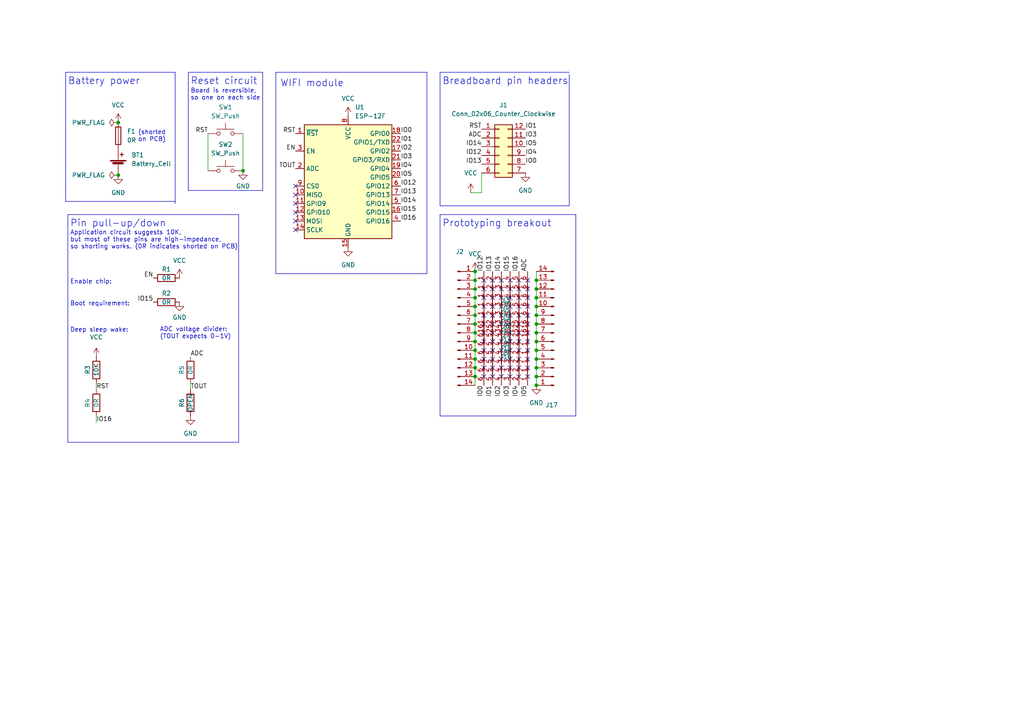
<source format=kicad_sch>
(kicad_sch (version 20230121) (generator eeschema)
  (paper "A4")
  (lib_symbols
    (symbol "Connector:Conn_01x06_Male" (pin_names (offset 1.016) hide)
      (property "Reference" "J" (at 0 7.62 0))
      (property "Value" "Conn_01x06_Male" (at 0 -10.16 0))
      (symbol "Conn_01x06_Male_1_1"
        (polyline (pts (xy 1.27 -7.62) (xy 0.8636 -7.62)) (stroke (width 0.1524)))
        (polyline (pts (xy 1.27 -5.08) (xy 0.8636 -5.08)) (stroke (width 0.1524)))
        (polyline (pts (xy 1.27 -2.54) (xy 0.8636 -2.54)) (stroke (width 0.1524)))
        (polyline (pts (xy 1.27 0) (xy 0.8636 0)) (stroke (width 0.1524)))
        (polyline (pts (xy 1.27 2.54) (xy 0.8636 2.54)) (stroke (width 0.1524)))
        (polyline (pts (xy 1.27 5.08) (xy 0.8636 5.08)) (stroke (width 0.1524)))
        (rectangle (start 0.8636 -7.493) (end 0 -7.747) (stroke (width 0.1524)) (fill (type outline)))
        (rectangle (start 0.8636 -4.953) (end 0 -5.207) (stroke (width 0.1524)) (fill (type outline)))
        (rectangle (start 0.8636 -2.413) (end 0 -2.667) (stroke (width 0.1524)) (fill (type outline)))
        (rectangle (start 0.8636 0.127) (end 0 -0.127) (stroke (width 0.1524)) (fill (type outline)))
        (rectangle (start 0.8636 2.667) (end 0 2.413) (stroke (width 0.1524)) (fill (type outline)))
        (rectangle (start 0.8636 5.207) (end 0 4.953) (stroke (width 0.1524)) (fill (type outline)))
        (pin passive line (at 5.08 5.08 180) (length 3.81) (name "Pin_1") (number "1"))
        (pin passive line (at 5.08 2.54 180) (length 3.81) (name "Pin_2") (number "2"))
        (pin passive line (at 5.08 0 180) (length 3.81) (name "Pin_3") (number "3"))
        (pin passive line (at 5.08 -2.54 180) (length 3.81) (name "Pin_4") (number "4"))
        (pin passive line (at 5.08 -5.08 180) (length 3.81) (name "Pin_5") (number "5"))
        (pin passive line (at 5.08 -7.62 180) (length 3.81) (name "Pin_6") (number "6"))
      )
    )
    (symbol "Connector:Conn_01x14_Male" (pin_names (offset 1.016) hide)
      (property "Reference" "J" (at 0 17.78 0))
      (property "Value" "Conn_01x14_Male" (at 0 -20.32 0))
      (symbol "Conn_01x14_Male_1_1"
        (polyline (pts (xy 1.27 -17.78) (xy 0.8636 -17.78)) (stroke (width 0.1524)))
        (polyline (pts (xy 1.27 -15.24) (xy 0.8636 -15.24)) (stroke (width 0.1524)))
        (polyline (pts (xy 1.27 -12.7) (xy 0.8636 -12.7)) (stroke (width 0.1524)))
        (polyline (pts (xy 1.27 -10.16) (xy 0.8636 -10.16)) (stroke (width 0.1524)))
        (polyline (pts (xy 1.27 -7.62) (xy 0.8636 -7.62)) (stroke (width 0.1524)))
        (polyline (pts (xy 1.27 -5.08) (xy 0.8636 -5.08)) (stroke (width 0.1524)))
        (polyline (pts (xy 1.27 -2.54) (xy 0.8636 -2.54)) (stroke (width 0.1524)))
        (polyline (pts (xy 1.27 0) (xy 0.8636 0)) (stroke (width 0.1524)))
        (polyline (pts (xy 1.27 2.54) (xy 0.8636 2.54)) (stroke (width 0.1524)))
        (polyline (pts (xy 1.27 5.08) (xy 0.8636 5.08)) (stroke (width 0.1524)))
        (polyline (pts (xy 1.27 7.62) (xy 0.8636 7.62)) (stroke (width 0.1524)))
        (polyline (pts (xy 1.27 10.16) (xy 0.8636 10.16)) (stroke (width 0.1524)))
        (polyline (pts (xy 1.27 12.7) (xy 0.8636 12.7)) (stroke (width 0.1524)))
        (polyline (pts (xy 1.27 15.24) (xy 0.8636 15.24)) (stroke (width 0.1524)))
        (rectangle (start 0.8636 -17.653) (end 0 -17.907) (stroke (width 0.1524)) (fill (type outline)))
        (rectangle (start 0.8636 -15.113) (end 0 -15.367) (stroke (width 0.1524)) (fill (type outline)))
        (rectangle (start 0.8636 -12.573) (end 0 -12.827) (stroke (width 0.1524)) (fill (type outline)))
        (rectangle (start 0.8636 -10.033) (end 0 -10.287) (stroke (width 0.1524)) (fill (type outline)))
        (rectangle (start 0.8636 -7.493) (end 0 -7.747) (stroke (width 0.1524)) (fill (type outline)))
        (rectangle (start 0.8636 -4.953) (end 0 -5.207) (stroke (width 0.1524)) (fill (type outline)))
        (rectangle (start 0.8636 -2.413) (end 0 -2.667) (stroke (width 0.1524)) (fill (type outline)))
        (rectangle (start 0.8636 0.127) (end 0 -0.127) (stroke (width 0.1524)) (fill (type outline)))
        (rectangle (start 0.8636 2.667) (end 0 2.413) (stroke (width 0.1524)) (fill (type outline)))
        (rectangle (start 0.8636 5.207) (end 0 4.953) (stroke (width 0.1524)) (fill (type outline)))
        (rectangle (start 0.8636 7.747) (end 0 7.493) (stroke (width 0.1524)) (fill (type outline)))
        (rectangle (start 0.8636 10.287) (end 0 10.033) (stroke (width 0.1524)) (fill (type outline)))
        (rectangle (start 0.8636 12.827) (end 0 12.573) (stroke (width 0.1524)) (fill (type outline)))
        (rectangle (start 0.8636 15.367) (end 0 15.113) (stroke (width 0.1524)) (fill (type outline)))
        (pin passive line (at 5.08 15.24 180) (length 3.81) (name "Pin_1") (number "1"))
        (pin passive line (at 5.08 -7.62 180) (length 3.81) (name "Pin_10") (number "10"))
        (pin passive line (at 5.08 -10.16 180) (length 3.81) (name "Pin_11") (number "11"))
        (pin passive line (at 5.08 -12.7 180) (length 3.81) (name "Pin_12") (number "12"))
        (pin passive line (at 5.08 -15.24 180) (length 3.81) (name "Pin_13") (number "13"))
        (pin passive line (at 5.08 -17.78 180) (length 3.81) (name "Pin_14") (number "14"))
        (pin passive line (at 5.08 12.7 180) (length 3.81) (name "Pin_2") (number "2"))
        (pin passive line (at 5.08 10.16 180) (length 3.81) (name "Pin_3") (number "3"))
        (pin passive line (at 5.08 7.62 180) (length 3.81) (name "Pin_4") (number "4"))
        (pin passive line (at 5.08 5.08 180) (length 3.81) (name "Pin_5") (number "5"))
        (pin passive line (at 5.08 2.54 180) (length 3.81) (name "Pin_6") (number "6"))
        (pin passive line (at 5.08 0 180) (length 3.81) (name "Pin_7") (number "7"))
        (pin passive line (at 5.08 -2.54 180) (length 3.81) (name "Pin_8") (number "8"))
        (pin passive line (at 5.08 -5.08 180) (length 3.81) (name "Pin_9") (number "9"))
      )
    )
    (symbol "Connector_Generic:Conn_02x06_Counter_Clockwise" (pin_names (offset 1.016) hide)
      (property "Reference" "J" (at 1.27 7.62 0))
      (property "Value" "Conn_02x06_Counter_Clockwise" (at 1.27 -10.16 0))
      (symbol "Conn_02x06_Counter_Clockwise_1_1"
        (rectangle (start -1.27 -7.493) (end 0 -7.747) (stroke (width 0.1524)))
        (rectangle (start -1.27 -4.953) (end 0 -5.207) (stroke (width 0.1524)))
        (rectangle (start -1.27 -2.413) (end 0 -2.667) (stroke (width 0.1524)))
        (rectangle (start -1.27 0.127) (end 0 -0.127) (stroke (width 0.1524)))
        (rectangle (start -1.27 2.667) (end 0 2.413) (stroke (width 0.1524)))
        (rectangle (start -1.27 5.207) (end 0 4.953) (stroke (width 0.1524)))
        (rectangle (start -1.27 6.35) (end 3.81 -8.89) (stroke (width 0.254)) (fill (type background)))
        (rectangle (start 3.81 -7.493) (end 2.54 -7.747) (stroke (width 0.1524)))
        (rectangle (start 3.81 -4.953) (end 2.54 -5.207) (stroke (width 0.1524)))
        (rectangle (start 3.81 -2.413) (end 2.54 -2.667) (stroke (width 0.1524)))
        (rectangle (start 3.81 0.127) (end 2.54 -0.127) (stroke (width 0.1524)))
        (rectangle (start 3.81 2.667) (end 2.54 2.413) (stroke (width 0.1524)))
        (rectangle (start 3.81 5.207) (end 2.54 4.953) (stroke (width 0.1524)))
        (pin passive line (at -5.08 5.08 0) (length 3.81) (name "Pin_1") (number "1"))
        (pin passive line (at 7.62 0 180) (length 3.81) (name "Pin_10") (number "10"))
        (pin passive line (at 7.62 2.54 180) (length 3.81) (name "Pin_11") (number "11"))
        (pin passive line (at 7.62 5.08 180) (length 3.81) (name "Pin_12") (number "12"))
        (pin passive line (at -5.08 2.54 0) (length 3.81) (name "Pin_2") (number "2"))
        (pin passive line (at -5.08 0 0) (length 3.81) (name "Pin_3") (number "3"))
        (pin passive line (at -5.08 -2.54 0) (length 3.81) (name "Pin_4") (number "4"))
        (pin passive line (at -5.08 -5.08 0) (length 3.81) (name "Pin_5") (number "5"))
        (pin passive line (at -5.08 -7.62 0) (length 3.81) (name "Pin_6") (number "6"))
        (pin passive line (at 7.62 -7.62 180) (length 3.81) (name "Pin_7") (number "7"))
        (pin passive line (at 7.62 -5.08 180) (length 3.81) (name "Pin_8") (number "8"))
        (pin passive line (at 7.62 -2.54 180) (length 3.81) (name "Pin_9") (number "9"))
      )
    )
    (symbol "Device:Battery_Cell" (pin_numbers hide) (pin_names (offset 0) hide)
      (property "Reference" "BT" (at 2.54 2.54 0))
      (property "Value" "Battery_Cell" (at 2.54 0 0))
      (symbol "Battery_Cell_0_1"
        (rectangle (start -2.286 1.778) (end 2.286 1.524) (fill (type outline)))
        (rectangle (start -1.5748 1.1938) (end 1.4732 0.6858) (fill (type outline)))
        (polyline (pts (xy 0 0.762) (xy 0 0)))
        (polyline (pts (xy 0 1.778) (xy 0 2.54)))
        (polyline (pts (xy 0.508 3.429) (xy 1.524 3.429)) (stroke (width 0.254)))
        (polyline (pts (xy 1.016 3.937) (xy 1.016 2.921)) (stroke (width 0.254)))
      )
      (symbol "Battery_Cell_1_1"
        (pin passive line (at 0 5.08 270) (length 2.54) (name "+") (number "1"))
        (pin passive line (at 0 -2.54 90) (length 2.54) (name "-") (number "2"))
      )
    )
    (symbol "Device:Fuse" (pin_numbers hide) (pin_names (offset 0))
      (property "Reference" "F" (at 2.032 0 90))
      (property "Value" "Fuse" (at -1.905 0 90))
      (symbol "Fuse_0_1"
        (rectangle (start -0.762 -2.54) (end 0.762 2.54) (stroke (width 0.254)))
        (polyline (pts (xy 0 2.54) (xy 0 -2.54)))
      )
      (symbol "Fuse_1_1"
        (pin passive line (at 0 3.81 270) (length 1.27) (name "~") (number "1"))
        (pin passive line (at 0 -3.81 90) (length 1.27) (name "~") (number "2"))
      )
    )
    (symbol "Device:R" (pin_numbers hide) (pin_names (offset 0))
      (property "Reference" "R" (at 2.032 0 90))
      (property "Value" "R" (at 0 0 90))
      (symbol "R_0_1"
        (rectangle (start -1.016 -2.54) (end 1.016 2.54) (stroke (width 0.254)))
      )
      (symbol "R_1_1"
        (pin passive line (at 0 3.81 270) (length 1.27) (name "~") (number "1"))
        (pin passive line (at 0 -3.81 90) (length 1.27) (name "~") (number "2"))
      )
    )
    (symbol "RF_Module:ESP-12F"
      (property "Reference" "U" (at -12.7 19.05 0))
      (property "Value" "ESP-12F" (at 12.7 19.05 0))
      (symbol "ESP-12F_0_1"
        (rectangle (start -12.7 17.78) (end 12.7 -15.24) (stroke (width 0.254)) (fill (type background)))
      )
      (symbol "ESP-12F_1_1"
        (pin input line (at -15.24 15.24 0) (length 2.54) (name "~{RST}") (number "1"))
        (pin bidirectional line (at -15.24 -2.54 0) (length 2.54) (name "MISO") (number "10"))
        (pin bidirectional line (at -15.24 -5.08 0) (length 2.54) (name "GPIO9") (number "11"))
        (pin bidirectional line (at -15.24 -7.62 0) (length 2.54) (name "GPIO10") (number "12"))
        (pin bidirectional line (at -15.24 -10.16 0) (length 2.54) (name "MOSI") (number "13"))
        (pin bidirectional line (at -15.24 -12.7 0) (length 2.54) (name "SCLK") (number "14"))
        (pin power_in line (at 0 -17.78 90) (length 2.54) (name "GND") (number "15"))
        (pin bidirectional line (at 15.24 -7.62 180) (length 2.54) (name "GPIO15") (number "16"))
        (pin bidirectional line (at 15.24 10.16 180) (length 2.54) (name "GPIO2") (number "17"))
        (pin bidirectional line (at 15.24 15.24 180) (length 2.54) (name "GPIO0") (number "18"))
        (pin bidirectional line (at 15.24 5.08 180) (length 2.54) (name "GPIO4") (number "19"))
        (pin input line (at -15.24 5.08 0) (length 2.54) (name "ADC") (number "2"))
        (pin bidirectional line (at 15.24 2.54 180) (length 2.54) (name "GPIO5") (number "20"))
        (pin bidirectional line (at 15.24 7.62 180) (length 2.54) (name "GPIO3/RXD") (number "21"))
        (pin bidirectional line (at 15.24 12.7 180) (length 2.54) (name "GPIO1/TXD") (number "22"))
        (pin input line (at -15.24 10.16 0) (length 2.54) (name "EN") (number "3"))
        (pin bidirectional line (at 15.24 -10.16 180) (length 2.54) (name "GPIO16") (number "4"))
        (pin bidirectional line (at 15.24 -5.08 180) (length 2.54) (name "GPIO14") (number "5"))
        (pin bidirectional line (at 15.24 0 180) (length 2.54) (name "GPIO12") (number "6"))
        (pin bidirectional line (at 15.24 -2.54 180) (length 2.54) (name "GPIO13") (number "7"))
        (pin power_in line (at 0 20.32 270) (length 2.54) (name "VCC") (number "8"))
        (pin input line (at -15.24 0 0) (length 2.54) (name "CS0") (number "9"))
      )
    )
    (symbol "Switch:SW_Push" (pin_numbers hide) (pin_names (offset 1.016) hide)
      (property "Reference" "SW" (at 1.27 2.54 0))
      (property "Value" "SW_Push" (at 0 -1.524 0))
      (symbol "SW_Push_0_1"
        (circle (center -2.032 0) (radius 0.508))
        (polyline (pts (xy 0 1.27) (xy 0 3.048)))
        (polyline (pts (xy 2.54 1.27) (xy -2.54 1.27)))
        (circle (center 2.032 0) (radius 0.508))
        (pin passive line (at -5.08 0 0) (length 2.54) (name "1") (number "1"))
        (pin passive line (at 5.08 0 180) (length 2.54) (name "2") (number "2"))
      )
    )
    (symbol "power:GND" (power) (pin_names (offset 0))
      (property "Value" "GND" (at 0 -3.81 0))
      (symbol "GND_0_1"
        (polyline (pts (xy 0 0) (xy 0 -1.27) (xy 1.27 -1.27) (xy 0 -2.54) (xy -1.27 -1.27) (xy 0 -1.27)))
      )
      (symbol "GND_1_1"
        (pin power_in line (at 0 0 270) (length 0) hide (name "GND") (number "1"))
      )
    )
    (symbol "power:PWR_FLAG" (power) (pin_numbers hide) (pin_names (offset 0) hide)
      (property "Value" "PWR_FLAG" (at 0 3.81 0))
      (symbol "PWR_FLAG_0_0"
        (pin power_out line (at 0 0 90) (length 0) (name "pwr") (number "1"))
      )
      (symbol "PWR_FLAG_0_1"
        (polyline (pts (xy 0 0) (xy 0 1.27) (xy -1.016 1.905) (xy 0 2.54) (xy 1.016 1.905) (xy 0 1.27)))
      )
    )
    (symbol "power:VCC" (power) (pin_names (offset 0))
      (property "Value" "VCC" (at 0 3.81 0))
      (symbol "VCC_0_1"
        (polyline (pts (xy -0.762 1.27) (xy 0 2.54)))
        (polyline (pts (xy 0 0) (xy 0 2.54)))
        (polyline (pts (xy 0 2.54) (xy 0.762 1.27)))
      )
      (symbol "VCC_1_1"
        (pin power_in line (at 0 0 90) (length 0) hide (name "VCC") (number "1"))
      )
    )
  )
  (junction (at 137.795 99.06))
  (junction (at 155.575 104.14))
  (junction (at 137.795 81.28))
  (junction (at 34.29 50.8))
  (junction (at 137.795 93.98))
  (junction (at 137.795 106.68))
  (junction (at 137.795 78.74))
  (junction (at 137.795 96.52))
  (junction (at 137.795 104.14))
  (junction (at 34.29 35.56))
  (junction (at 155.575 91.44))
  (junction (at 155.575 81.28))
  (junction (at 137.795 101.6))
  (junction (at 137.795 86.36))
  (junction (at 155.575 111.76))
  (junction (at 155.575 83.82))
  (junction (at 137.795 83.82))
  (junction (at 155.575 96.52))
  (junction (at 137.795 88.9))
  (junction (at 137.795 109.22))
  (junction (at 137.795 91.44))
  (junction (at 155.575 106.68))
  (junction (at 70.485 49.53))
  (junction (at 155.575 109.22))
  (junction (at 155.575 88.9))
  (junction (at 155.575 99.06))
  (junction (at 155.575 101.6))
  (junction (at 155.575 93.98))
  (junction (at 155.575 86.36))
  (no_connect (at 140.335 99.06))
  (no_connect (at 142.875 99.06))
  (no_connect (at 145.415 106.68))
  (no_connect (at 153.035 81.28))
  (no_connect (at 153.035 101.6))
  (no_connect (at 145.415 86.36))
  (no_connect (at 145.415 109.22))
  (no_connect (at 142.875 86.36))
  (no_connect (at 145.415 96.52))
  (no_connect (at 140.335 106.68))
  (no_connect (at 140.335 101.6))
  (no_connect (at 140.335 109.22))
  (no_connect (at 145.415 101.6))
  (no_connect (at 140.335 83.82))
  (no_connect (at 142.875 81.28))
  (no_connect (at 150.495 106.68))
  (no_connect (at 142.875 104.14))
  (no_connect (at 150.495 109.22))
  (no_connect (at 140.335 96.52))
  (no_connect (at 153.035 106.68))
  (no_connect (at 147.955 88.9))
  (no_connect (at 145.415 91.44))
  (no_connect (at 147.955 83.82))
  (no_connect (at 145.415 99.06))
  (no_connect (at 147.955 81.28))
  (no_connect (at 150.495 104.14))
  (no_connect (at 145.415 93.98))
  (no_connect (at 153.035 109.22))
  (no_connect (at 147.955 96.52))
  (no_connect (at 145.415 88.9))
  (no_connect (at 153.035 86.36))
  (no_connect (at 147.955 101.6))
  (no_connect (at 142.875 96.52))
  (no_connect (at 140.335 86.36))
  (no_connect (at 150.495 99.06))
  (no_connect (at 85.725 53.975))
  (no_connect (at 85.725 64.135))
  (no_connect (at 85.725 66.675))
  (no_connect (at 85.725 56.515))
  (no_connect (at 85.725 59.055))
  (no_connect (at 85.725 61.595))
  (no_connect (at 147.955 99.06))
  (no_connect (at 147.955 93.98))
  (no_connect (at 142.875 93.98))
  (no_connect (at 153.035 104.14))
  (no_connect (at 153.035 88.9))
  (no_connect (at 147.955 106.68))
  (no_connect (at 140.335 81.28))
  (no_connect (at 150.495 88.9))
  (no_connect (at 150.495 93.98))
  (no_connect (at 145.415 104.14))
  (no_connect (at 153.035 99.06))
  (no_connect (at 150.495 86.36))
  (no_connect (at 142.875 83.82))
  (no_connect (at 150.495 96.52))
  (no_connect (at 153.035 91.44))
  (no_connect (at 142.875 101.6))
  (no_connect (at 140.335 91.44))
  (no_connect (at 142.875 109.22))
  (no_connect (at 147.955 86.36))
  (no_connect (at 153.035 93.98))
  (no_connect (at 142.875 91.44))
  (no_connect (at 145.415 81.28))
  (no_connect (at 150.495 101.6))
  (no_connect (at 150.495 83.82))
  (no_connect (at 153.035 96.52))
  (no_connect (at 140.335 88.9))
  (no_connect (at 150.495 91.44))
  (no_connect (at 147.955 104.14))
  (no_connect (at 140.335 104.14))
  (no_connect (at 142.875 106.68))
  (no_connect (at 147.955 91.44))
  (no_connect (at 140.335 93.98))
  (no_connect (at 150.495 81.28))
  (no_connect (at 147.955 109.22))
  (no_connect (at 153.035 83.82))
  (no_connect (at 145.415 83.82))
  (no_connect (at 142.875 88.9))
  (wire (pts (xy 155.575 109.22) (xy 155.575 111.76)))
  (wire (pts (xy 139.7 55.88) (xy 139.7 50.165)))
  (wire (pts (xy 60.325 38.735) (xy 60.325 49.53)))
  (wire (pts (xy 137.795 78.74) (xy 137.795 81.28)))
  (wire (pts (xy 155.575 78.74) (xy 155.575 81.28)))
  (wire (pts (xy 27.94 120.65) (xy 27.94 122.555)))
  (polyline (pts (xy 127.635 20.955) (xy 165.1 20.955)))
  (polyline (pts (xy 19.685 62.23) (xy 19.685 128.27)))
  (polyline (pts (xy 50.8 58.42) (xy 19.05 58.42)))
  (polyline (pts (xy 127.635 120.65) (xy 127.635 62.23)))
  (wire (pts (xy 137.795 96.52) (xy 137.795 99.06)))
  (wire (pts (xy 137.795 83.82) (xy 137.795 86.36)))
  (polyline (pts (xy 80.01 79.375) (xy 80.01 20.955)))
  (polyline (pts (xy 127.635 62.23) (xy 167.005 62.23)))
  (wire (pts (xy 27.94 111.125) (xy 27.94 113.03)))
  (polyline (pts (xy 54.61 20.955) (xy 54.61 55.245)))
  (wire (pts (xy 70.485 38.735) (xy 70.485 49.53)))
  (polyline (pts (xy 50.8 20.955) (xy 50.8 59.055)))
  (wire (pts (xy 155.575 101.6) (xy 155.575 104.14)))
  (polyline (pts (xy 165.1 59.69) (xy 127.635 59.69)))
  (wire (pts (xy 137.795 101.6) (xy 137.795 104.14)))
  (wire (pts (xy 155.575 88.9) (xy 155.575 91.44)))
  (polyline (pts (xy 123.825 20.955) (xy 123.825 79.375)))
  (wire (pts (xy 137.795 88.9) (xy 137.795 91.44)))
  (polyline (pts (xy 19.05 20.955) (xy 50.8 20.955)))
  (wire (pts (xy 137.795 81.28) (xy 137.795 83.82)))
  (wire (pts (xy 155.575 99.06) (xy 155.575 101.6)))
  (wire (pts (xy 137.795 91.44) (xy 137.795 93.98)))
  (wire (pts (xy 55.245 111.125) (xy 55.245 113.03)))
  (wire (pts (xy 155.575 91.44) (xy 155.575 93.98)))
  (polyline (pts (xy 69.215 128.27) (xy 19.685 128.27)))
  (polyline (pts (xy 80.01 20.955) (xy 123.825 20.955)))
  (wire (pts (xy 155.575 83.82) (xy 155.575 86.36)))
  (wire (pts (xy 155.575 96.52) (xy 155.575 99.06)))
  (wire (pts (xy 137.795 104.14) (xy 137.795 106.68)))
  (polyline (pts (xy 167.005 62.23) (xy 167.005 120.65)))
  (wire (pts (xy 155.575 104.14) (xy 155.575 106.68)))
  (polyline (pts (xy 127.635 59.69) (xy 127.635 20.955)))
  (wire (pts (xy 137.795 99.06) (xy 137.795 101.6)))
  (wire (pts (xy 155.575 86.36) (xy 155.575 88.9)))
  (polyline (pts (xy 76.2 55.245) (xy 54.61 55.245)))
  (polyline (pts (xy 19.685 62.23) (xy 69.215 62.23)))
  (wire (pts (xy 155.575 93.98) (xy 155.575 96.52)))
  (polyline (pts (xy 123.825 79.375) (xy 80.01 79.375)))
  (wire (pts (xy 155.575 81.28) (xy 155.575 83.82)))
  (wire (pts (xy 137.795 109.22) (xy 137.795 111.76)))
  (polyline (pts (xy 19.05 58.42) (xy 19.05 20.955)))
  (wire (pts (xy 137.795 93.98) (xy 137.795 96.52)))
  (polyline (pts (xy 54.61 20.955) (xy 76.2 20.955)))
  (polyline (pts (xy 165.1 21.59) (xy 165.1 59.69)))
  (wire (pts (xy 137.795 106.68) (xy 137.795 109.22)))
  (wire (pts (xy 137.795 86.36) (xy 137.795 88.9)))
  (polyline (pts (xy 69.215 62.23) (xy 69.215 128.27)))
  (polyline (pts (xy 167.005 120.65) (xy 127.635 120.65)))
  (polyline (pts (xy 76.2 20.955) (xy 76.2 55.245)))
  (wire (pts (xy 136.525 55.88) (xy 139.7 55.88)))
  (wire (pts (xy 155.575 106.68) (xy 155.575 109.22)))
  (text "Reset circuit" (at 55.245 24.765 0) (effects (font (size 2 2)) (justify left bottom)))
  (text "Deep sleep wake:" (at 20.32 96.52 0) (effects (font (size 1.27 1.27)) (justify left bottom)))
  (text "(shorted\non PCB)" (at 40.005 41.275 0) (effects (font (size 1.27 1.27)) (justify left bottom)))
  (text "Prototyping breakout" (at 128.27 66.04 0) (effects (font (size 2 2)) (justify left bottom)))
  (text "Pin pull-up/down" (at 20.32 66.04 0) (effects (font (size 2 2)) (justify left bottom)))
  (text "Boot requirement:" (at 20.32 88.9 0) (effects (font (size 1.27 1.27)) (justify left bottom)))
  (text "Application circuit suggests 10K,\nbut most of these pins are high-impedance,\nso shorting works. (0R indicates shorted on PCB)" (at 20.32 72.39 0) (effects (font (size 1.27 1.27)) (justify left bottom)))
  (text "Enable chip:" (at 20.32 82.55 0) (effects (font (size 1.27 1.27)) (justify left bottom)))
  (text "Battery power" (at 19.685 24.765 0) (effects (font (size 2 2)) (justify left bottom)))
  (text "WIFI module" (at 81.28 25.4 0) (effects (font (size 2 2)) (justify left bottom)))
  (text "Board is reversible,\nso one on each side" (at 55.245 29.21 0) (effects (font (size 1.27 1.27)) (justify left bottom)))
  (text "Breadboard pin headers" (at 128.27 24.765 0) (effects (font (size 2 2)) (justify left bottom)))
  (text "ADC voltage divider:\n(TOUT expects 0-1V)" (at 46.355 98.425 0) (effects (font (size 1.27 1.27)) (justify left bottom)))
  (label "IO3" (at 116.205 46.355 0))
  (label "IO4" (at 150.495 111.76 270))
  (label "RST" (at 85.725 38.735 180))
  (label "RST" (at 27.94 113.03 0))
  (label "IO2" (at 145.415 111.76 270))
  (label "RST" (at 60.325 38.735 180))
  (label "IO0" (at 140.335 111.76 270))
  (label "IO13" (at 139.7 47.625 180))
  (label "IO12" (at 140.335 78.74 90))
  (label "IO14" (at 145.415 78.74 90))
  (label "IO1" (at 116.205 41.275 0))
  (label "IO1" (at 142.875 111.76 270))
  (label "IO15" (at 116.205 61.595 0))
  (label "TOUT" (at 55.245 113.03 0))
  (label "IO14" (at 139.7 42.545 180))
  (label "IO16" (at 150.495 78.74 90))
  (label "IO3" (at 152.4 40.005 0))
  (label "ADC" (at 139.7 40.005 180))
  (label "EN" (at 44.45 80.645 180))
  (label "IO1" (at 152.4 37.465 0))
  (label "IO5" (at 116.205 51.435 0))
  (label "IO16" (at 27.94 122.555 0))
  (label "ADC" (at 153.035 78.74 90))
  (label "IO12" (at 139.7 45.085 180))
  (label "IO12" (at 116.205 53.975 0))
  (label "IO13" (at 142.875 78.74 90))
  (label "IO4" (at 116.205 48.895 0))
  (label "ADC" (at 55.245 103.505 0))
  (label "IO16" (at 116.205 64.135 0))
  (label "IO5" (at 153.035 111.76 270))
  (label "IO0" (at 116.205 38.735 0))
  (label "IO15" (at 147.955 78.74 90))
  (label "EN" (at 85.725 43.815 180))
  (label "IO0" (at 152.4 47.625 0))
  (label "IO14" (at 116.205 59.055 0))
  (label "IO3" (at 147.955 111.76 270))
  (label "IO15" (at 44.45 87.63 180))
  (label "IO2" (at 116.205 43.815 0))
  (label "IO4" (at 152.4 45.085 0))
  (label "TOUT" (at 85.725 48.895 180))
  (label "IO13" (at 116.205 56.515 0))
  (label "RST" (at 139.7 37.465 180))
  (label "IO5" (at 152.4 42.545 0))
  (symbol (lib_id "Device:R") (at 27.94 107.315 0) (unit 1)
    (property "Reference" "R3" (at 25.4 108.585 90) (effects (justify left)))
    (property "Value" "10K" (at 27.94 109.22 90) (effects (justify left)))
    (property "Footprint" "Resistor_SMD:R_0603_1608Metric" (effects hide))
  )
  (symbol (lib_id "Connector:Conn_01x06_Male") (at 145.415 88.9 90) (unit 1)
    (property "Reference" "J5" (at 146.685 92.075 90))
    (property "Value" "Conn_01x06_Male" (effects hide))
    (property "Footprint" "2.54mm_Pin_Headers:Standalone_1x06" (effects hide))
  )
  (symbol (lib_id "power:GND") (at 100.965 71.755 0) (unit 1)
    (property "Reference" "#PWR04" (effects hide))
    (property "Value" "GND" (at 100.965 76.835 0))
  )
  (symbol (lib_id "Device:R") (at 55.245 107.315 0) (unit 1)
    (property "Reference" "R5" (at 52.705 107.315 90))
    (property "Value" "0R" (at 55.245 107.315 90))
    (property "Footprint" "KiCadBased:R_0603_1608Metric_Bridged" (effects hide))
  )
  (symbol (lib_id "Connector:Conn_01x06_Male") (at 147.955 93.98 270) (unit 1)
    (property "Reference" "J11" (at 146.685 90.805 90))
    (property "Value" "Conn_01x06_Male" (effects hide))
    (property "Footprint" "2.54mm_Pin_Headers:Standalone_1x06" (effects hide))
  )
  (symbol (lib_id "power:VCC") (at 52.07 80.645 0) (unit 1)
    (property "Reference" "#PWR0105" (effects hide))
    (property "Value" "VCC" (at 52.07 75.565 0))
  )
  (symbol (lib_id "Connector:Conn_01x06_Male") (at 145.415 96.52 90) (unit 1)
    (property "Reference" "J8" (at 146.685 99.695 90))
    (property "Value" "Conn_01x06_Male" (effects hide))
    (property "Footprint" "2.54mm_Pin_Headers:Standalone_1x06" (effects hide))
  )
  (symbol (lib_id "Device:R") (at 48.26 80.645 270) (unit 1)
    (property "Reference" "R1" (at 48.26 78.105 90))
    (property "Value" "0R" (at 48.26 80.645 90))
    (property "Footprint" "KiCadBased:R_0603_1608Metric_Bridged" (effects hide))
  )
  (symbol (lib_id "power:VCC") (at 27.94 103.505 0) (unit 1)
    (property "Reference" "#PWR0101" (effects hide))
    (property "Value" "VCC" (at 27.94 97.79 0))
  )
  (symbol (lib_id "power:GND") (at 34.29 50.8 0) (unit 1)
    (property "Reference" "#PWR02" (effects hide))
    (property "Value" "GND" (at 34.29 55.88 0))
  )
  (symbol (lib_id "power:VCC") (at 136.525 55.88 0) (unit 1)
    (property "Reference" "#PWR0103" (effects hide))
    (property "Value" "VCC" (at 136.525 50.165 0))
  )
  (symbol (lib_id "RF_Module:ESP-12F") (at 100.965 53.975 0) (unit 1)
    (property "Reference" "U1" (at 102.9844 31.115 0) (effects (justify left)))
    (property "Value" "ESP-12F" (at 102.9844 33.655 0) (effects (justify left)))
    (property "Footprint" "KiCadBased:ESP-12E_THT" (effects hide))
    (property "Datasheet" "http://wiki.ai-thinker.com/_media/esp8266/esp8266_series_modules_user_manual_v1.1.pdf" (effects hide))
  )
  (symbol (lib_id "Connector:Conn_01x06_Male") (at 147.955 96.52 270) (unit 1)
    (property "Reference" "J12" (at 146.685 93.345 90))
    (property "Value" "Conn_01x06_Male" (effects hide))
    (property "Footprint" "2.54mm_Pin_Headers:Standalone_1x06" (effects hide))
  )
  (symbol (lib_id "power:VCC") (at 100.965 33.655 0) (unit 1)
    (property "Reference" "#PWR03" (effects hide))
    (property "Value" "VCC" (at 100.965 28.575 0))
  )
  (symbol (lib_id "power:GND") (at 55.245 120.65 0) (unit 1)
    (property "Reference" "#PWR06" (effects hide))
    (property "Value" "GND" (at 55.245 125.73 0))
  )
  (symbol (lib_id "Device:R") (at 48.26 87.63 270) (unit 1)
    (property "Reference" "R2" (at 48.26 85.09 90))
    (property "Value" "0R" (at 48.26 87.63 90))
    (property "Footprint" "KiCadBased:R_0603_1608Metric_Bridged" (effects hide))
  )
  (symbol (lib_id "Connector:Conn_01x06_Male") (at 145.415 86.36 90) (unit 1)
    (property "Reference" "J4" (at 146.685 89.535 90))
    (property "Value" "Conn_01x06_Male" (effects hide))
    (property "Footprint" "2.54mm_Pin_Headers:Standalone_1x06" (effects hide))
  )
  (symbol (lib_id "Connector:Conn_01x06_Male") (at 145.415 91.44 90) (unit 1)
    (property "Reference" "J6" (at 146.685 94.615 90))
    (property "Value" "Conn_01x06_Male" (effects hide))
    (property "Footprint" "2.54mm_Pin_Headers:Standalone_1x06" (effects hide))
  )
  (symbol (lib_id "power:GND") (at 155.575 111.76 0) (unit 1)
    (property "Reference" "#PWR09" (effects hide))
    (property "Value" "GND" (at 155.575 116.84 0))
  )
  (symbol (lib_id "power:PWR_FLAG") (at 34.29 35.56 90) (unit 1)
    (property "Reference" "#FLG0101" (effects hide))
    (property "Value" "PWR_FLAG" (at 30.48 35.5599 90) (effects (justify left)))
  )
  (symbol (lib_id "Device:Fuse") (at 34.29 39.37 180) (unit 1)
    (property "Reference" "F1" (at 36.83 38.0999 0) (effects (justify right)))
    (property "Value" "0R" (at 36.83 40.6399 0) (effects (justify right)))
    (property "Footprint" "KiCadBased:Fuse_1812_4532Metric_Pad1.30x3.40mm_HandSolder" (effects hide))
  )
  (symbol (lib_id "Connector:Conn_01x14_Male") (at 160.655 96.52 180) (unit 1)
    (property "Reference" "J17" (at 160.02 117.475 0))
    (property "Value" "Conn_01x14_Male" (effects hide))
    (property "Footprint" "2.54mm_Pin_Headers:Standalone_1x14" (effects hide))
  )
  (symbol (lib_id "Connector:Conn_01x06_Male") (at 145.415 99.06 90) (unit 1)
    (property "Reference" "J9" (at 146.685 102.235 90))
    (property "Value" "Conn_01x06_Male" (effects hide))
    (property "Footprint" "2.54mm_Pin_Headers:Standalone_1x06" (effects hide))
  )
  (symbol (lib_id "power:VCC") (at 34.29 35.56 0) (unit 1)
    (property "Reference" "#PWR01" (effects hide))
    (property "Value" "VCC" (at 34.29 30.48 0))
  )
  (symbol (lib_id "power:VCC") (at 137.795 78.74 0) (unit 1)
    (property "Reference" "#PWR08" (effects hide))
    (property "Value" "VCC" (at 137.795 73.66 0))
  )
  (symbol (lib_id "Connector:Conn_01x06_Male") (at 145.415 93.98 90) (unit 1)
    (property "Reference" "J7" (at 146.685 97.155 90))
    (property "Value" "Conn_01x06_Male" (effects hide))
    (property "Footprint" "2.54mm_Pin_Headers:Standalone_1x06" (effects hide))
  )
  (symbol (lib_id "Device:R") (at 27.94 116.84 0) (unit 1)
    (property "Reference" "R4" (at 25.4 116.84 90))
    (property "Value" "0R" (at 27.94 116.84 90))
    (property "Footprint" "KiCadBased:R_0603_1608Metric_Bridged" (effects hide))
  )
  (symbol (lib_id "Connector:Conn_01x06_Male") (at 147.955 99.06 270) (unit 1)
    (property "Reference" "J13" (at 146.685 95.885 90))
    (property "Value" "Conn_01x06_Male" (effects hide))
    (property "Footprint" "2.54mm_Pin_Headers:Standalone_1x06" (effects hide))
  )
  (symbol (lib_id "power:GND") (at 52.07 87.63 0) (unit 1)
    (property "Reference" "#PWR0106" (effects hide))
    (property "Value" "GND" (at 52.07 92.075 0))
  )
  (symbol (lib_id "power:GND") (at 152.4 50.165 0) (unit 1)
    (property "Reference" "#PWR0104" (effects hide))
    (property "Value" "GND" (at 152.4 55.245 0))
  )
  (symbol (lib_id "Connector:Conn_01x14_Male") (at 132.715 93.98 0) (unit 1)
    (property "Reference" "J2" (at 133.35 73.025 0))
    (property "Value" "Conn_01x14_Male" (effects hide))
    (property "Footprint" "2.54mm_Pin_Headers:Standalone_1x14" (effects hide))
  )
  (symbol (lib_id "Connector_Generic:Conn_02x06_Counter_Clockwise") (at 144.78 42.545 0) (unit 1)
    (property "Reference" "J1" (at 146.05 30.48 0))
    (property "Value" "Conn_02x06_Counter_Clockwise" (at 146.05 33.02 0))
    (property "Footprint" "Package_DIP:DIP-12_W7.62mm" (effects hide))
  )
  (symbol (lib_id "Connector:Conn_01x06_Male") (at 147.955 104.14 270) (unit 1)
    (property "Reference" "J15" (at 146.685 100.965 90))
    (property "Value" "Conn_01x06_Male" (effects hide))
    (property "Footprint" "2.54mm_Pin_Headers:Standalone_1x06" (effects hide))
  )
  (symbol (lib_id "Switch:SW_Push") (at 65.405 38.735 0) (unit 1)
    (property "Reference" "SW1" (at 65.405 31.115 0))
    (property "Value" "SW_Push" (at 65.405 33.655 0))
    (property "Footprint" "Button_Switch_SMD:SW_SPST_SKQG_WithStem" (effects hide))
  )
  (symbol (lib_id "Switch:SW_Push") (at 65.405 49.53 0) (unit 1)
    (property "Reference" "SW2" (at 65.405 41.91 0))
    (property "Value" "SW_Push" (at 65.405 44.45 0))
    (property "Footprint" "Button_Switch_SMD:SW_SPST_SKQG_WithStem" (effects hide))
  )
  (symbol (lib_id "Device:Battery_Cell") (at 34.29 48.26 0) (unit 1)
    (property "Reference" "BT1" (at 38.1 44.9579 0) (effects (justify left)))
    (property "Value" "Battery_Cell" (at 38.1 47.4979 0) (effects (justify left)))
    (property "Footprint" "Battery:BatteryHolder_MPD_BH-18650-PC2" (effects hide))
  )
  (symbol (lib_id "power:GND") (at 70.485 49.53 0) (unit 1)
    (property "Reference" "#PWR05" (effects hide))
    (property "Value" "GND" (at 70.485 53.975 0))
  )
  (symbol (lib_id "power:PWR_FLAG") (at 34.29 50.8 90) (unit 1)
    (property "Reference" "#FLG0102" (effects hide))
    (property "Value" "PWR_FLAG" (at 30.48 50.7999 90) (effects (justify left)))
  )
  (symbol (lib_id "Connector:Conn_01x06_Male") (at 147.955 91.44 270) (unit 1)
    (property "Reference" "J10" (at 146.685 88.265 90))
    (property "Value" "Conn_01x06_Male" (effects hide))
    (property "Footprint" "2.54mm_Pin_Headers:Standalone_1x06" (effects hide))
  )
  (symbol (lib_id "Connector:Conn_01x06_Male") (at 145.415 83.82 90) (unit 1)
    (property "Reference" "J3" (at 146.685 86.995 90))
    (property "Value" "Conn_01x06_Male" (effects hide))
    (property "Footprint" "2.54mm_Pin_Headers:Standalone_1x06" (effects hide))
  )
  (symbol (lib_id "Device:R") (at 55.245 116.84 0) (unit 1)
    (property "Reference" "R6" (at 52.705 116.84 90))
    (property "Value" "OPEN" (at 55.245 116.84 90))
    (property "Footprint" "Resistor_SMD:R_0603_1608Metric" (effects hide))
  )
  (symbol (lib_id "Connector:Conn_01x06_Male") (at 147.955 106.68 270) (unit 1)
    (property "Reference" "J16" (at 146.685 103.505 90))
    (property "Value" "Conn_01x06_Male" (effects hide))
    (property "Footprint" "2.54mm_Pin_Headers:Standalone_1x06" (effects hide))
  )
  (symbol (lib_id "Connector:Conn_01x06_Male") (at 147.955 101.6 270) (unit 1)
    (property "Reference" "J14" (at 146.685 98.425 90))
    (property "Value" "Conn_01x06_Male" (effects hide))
    (property "Footprint" "2.54mm_Pin_Headers:Standalone_1x06" (effects hide))
  )
)
</source>
